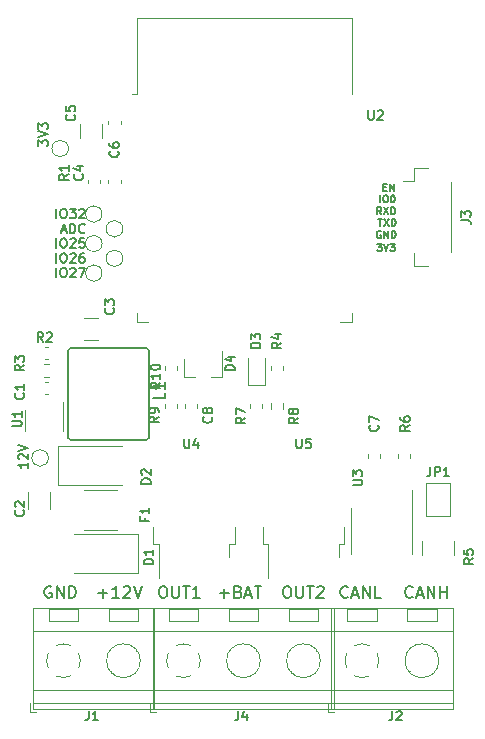
<source format=gbr>
G04 #@! TF.GenerationSoftware,KiCad,Pcbnew,(5.1.9)-1*
G04 #@! TF.CreationDate,2021-10-18T17:35:56+03:00*
G04 #@! TF.ProjectId,CanLite,43616e4c-6974-4652-9e6b-696361645f70,rev?*
G04 #@! TF.SameCoordinates,Original*
G04 #@! TF.FileFunction,Legend,Top*
G04 #@! TF.FilePolarity,Positive*
%FSLAX46Y46*%
G04 Gerber Fmt 4.6, Leading zero omitted, Abs format (unit mm)*
G04 Created by KiCad (PCBNEW (5.1.9)-1) date 2021-10-18 17:35:56*
%MOMM*%
%LPD*%
G01*
G04 APERTURE LIST*
%ADD10C,0.150000*%
%ADD11C,0.200000*%
%ADD12C,0.120000*%
G04 APERTURE END LIST*
D10*
X106069047Y-67111904D02*
X106069047Y-66311904D01*
X106602380Y-66311904D02*
X106754761Y-66311904D01*
X106830952Y-66350000D01*
X106907142Y-66426190D01*
X106945238Y-66578571D01*
X106945238Y-66845238D01*
X106907142Y-66997619D01*
X106830952Y-67073809D01*
X106754761Y-67111904D01*
X106602380Y-67111904D01*
X106526190Y-67073809D01*
X106450000Y-66997619D01*
X106411904Y-66845238D01*
X106411904Y-66578571D01*
X106450000Y-66426190D01*
X106526190Y-66350000D01*
X106602380Y-66311904D01*
X107250000Y-66388095D02*
X107288095Y-66350000D01*
X107364285Y-66311904D01*
X107554761Y-66311904D01*
X107630952Y-66350000D01*
X107669047Y-66388095D01*
X107707142Y-66464285D01*
X107707142Y-66540476D01*
X107669047Y-66654761D01*
X107211904Y-67111904D01*
X107707142Y-67111904D01*
X107973809Y-66311904D02*
X108507142Y-66311904D01*
X108164285Y-67111904D01*
X106069047Y-65861904D02*
X106069047Y-65061904D01*
X106602380Y-65061904D02*
X106754761Y-65061904D01*
X106830952Y-65100000D01*
X106907142Y-65176190D01*
X106945238Y-65328571D01*
X106945238Y-65595238D01*
X106907142Y-65747619D01*
X106830952Y-65823809D01*
X106754761Y-65861904D01*
X106602380Y-65861904D01*
X106526190Y-65823809D01*
X106450000Y-65747619D01*
X106411904Y-65595238D01*
X106411904Y-65328571D01*
X106450000Y-65176190D01*
X106526190Y-65100000D01*
X106602380Y-65061904D01*
X107250000Y-65138095D02*
X107288095Y-65100000D01*
X107364285Y-65061904D01*
X107554761Y-65061904D01*
X107630952Y-65100000D01*
X107669047Y-65138095D01*
X107707142Y-65214285D01*
X107707142Y-65290476D01*
X107669047Y-65404761D01*
X107211904Y-65861904D01*
X107707142Y-65861904D01*
X108392857Y-65061904D02*
X108240476Y-65061904D01*
X108164285Y-65100000D01*
X108126190Y-65138095D01*
X108050000Y-65252380D01*
X108011904Y-65404761D01*
X108011904Y-65709523D01*
X108050000Y-65785714D01*
X108088095Y-65823809D01*
X108164285Y-65861904D01*
X108316666Y-65861904D01*
X108392857Y-65823809D01*
X108430952Y-65785714D01*
X108469047Y-65709523D01*
X108469047Y-65519047D01*
X108430952Y-65442857D01*
X108392857Y-65404761D01*
X108316666Y-65366666D01*
X108164285Y-65366666D01*
X108088095Y-65404761D01*
X108050000Y-65442857D01*
X108011904Y-65519047D01*
X106069047Y-64611904D02*
X106069047Y-63811904D01*
X106602380Y-63811904D02*
X106754761Y-63811904D01*
X106830952Y-63850000D01*
X106907142Y-63926190D01*
X106945238Y-64078571D01*
X106945238Y-64345238D01*
X106907142Y-64497619D01*
X106830952Y-64573809D01*
X106754761Y-64611904D01*
X106602380Y-64611904D01*
X106526190Y-64573809D01*
X106450000Y-64497619D01*
X106411904Y-64345238D01*
X106411904Y-64078571D01*
X106450000Y-63926190D01*
X106526190Y-63850000D01*
X106602380Y-63811904D01*
X107250000Y-63888095D02*
X107288095Y-63850000D01*
X107364285Y-63811904D01*
X107554761Y-63811904D01*
X107630952Y-63850000D01*
X107669047Y-63888095D01*
X107707142Y-63964285D01*
X107707142Y-64040476D01*
X107669047Y-64154761D01*
X107211904Y-64611904D01*
X107707142Y-64611904D01*
X108430952Y-63811904D02*
X108050000Y-63811904D01*
X108011904Y-64192857D01*
X108050000Y-64154761D01*
X108126190Y-64116666D01*
X108316666Y-64116666D01*
X108392857Y-64154761D01*
X108430952Y-64192857D01*
X108469047Y-64269047D01*
X108469047Y-64459523D01*
X108430952Y-64535714D01*
X108392857Y-64573809D01*
X108316666Y-64611904D01*
X108126190Y-64611904D01*
X108050000Y-64573809D01*
X108011904Y-64535714D01*
X106069047Y-62111904D02*
X106069047Y-61311904D01*
X106602380Y-61311904D02*
X106754761Y-61311904D01*
X106830952Y-61350000D01*
X106907142Y-61426190D01*
X106945238Y-61578571D01*
X106945238Y-61845238D01*
X106907142Y-61997619D01*
X106830952Y-62073809D01*
X106754761Y-62111904D01*
X106602380Y-62111904D01*
X106526190Y-62073809D01*
X106450000Y-61997619D01*
X106411904Y-61845238D01*
X106411904Y-61578571D01*
X106450000Y-61426190D01*
X106526190Y-61350000D01*
X106602380Y-61311904D01*
X107211904Y-61311904D02*
X107707142Y-61311904D01*
X107440476Y-61616666D01*
X107554761Y-61616666D01*
X107630952Y-61654761D01*
X107669047Y-61692857D01*
X107707142Y-61769047D01*
X107707142Y-61959523D01*
X107669047Y-62035714D01*
X107630952Y-62073809D01*
X107554761Y-62111904D01*
X107326190Y-62111904D01*
X107250000Y-62073809D01*
X107211904Y-62035714D01*
X108011904Y-61388095D02*
X108050000Y-61350000D01*
X108126190Y-61311904D01*
X108316666Y-61311904D01*
X108392857Y-61350000D01*
X108430952Y-61388095D01*
X108469047Y-61464285D01*
X108469047Y-61540476D01*
X108430952Y-61654761D01*
X107973809Y-62111904D01*
X108469047Y-62111904D01*
X119909523Y-93871428D02*
X120671428Y-93871428D01*
X120290476Y-94252380D02*
X120290476Y-93490476D01*
X121480952Y-93728571D02*
X121623809Y-93776190D01*
X121671428Y-93823809D01*
X121719047Y-93919047D01*
X121719047Y-94061904D01*
X121671428Y-94157142D01*
X121623809Y-94204761D01*
X121528571Y-94252380D01*
X121147619Y-94252380D01*
X121147619Y-93252380D01*
X121480952Y-93252380D01*
X121576190Y-93300000D01*
X121623809Y-93347619D01*
X121671428Y-93442857D01*
X121671428Y-93538095D01*
X121623809Y-93633333D01*
X121576190Y-93680952D01*
X121480952Y-93728571D01*
X121147619Y-93728571D01*
X122100000Y-93966666D02*
X122576190Y-93966666D01*
X122004761Y-94252380D02*
X122338095Y-93252380D01*
X122671428Y-94252380D01*
X122861904Y-93252380D02*
X123433333Y-93252380D01*
X123147619Y-94252380D02*
X123147619Y-93252380D01*
X125523809Y-93252380D02*
X125714285Y-93252380D01*
X125809523Y-93300000D01*
X125904761Y-93395238D01*
X125952380Y-93585714D01*
X125952380Y-93919047D01*
X125904761Y-94109523D01*
X125809523Y-94204761D01*
X125714285Y-94252380D01*
X125523809Y-94252380D01*
X125428571Y-94204761D01*
X125333333Y-94109523D01*
X125285714Y-93919047D01*
X125285714Y-93585714D01*
X125333333Y-93395238D01*
X125428571Y-93300000D01*
X125523809Y-93252380D01*
X126380952Y-93252380D02*
X126380952Y-94061904D01*
X126428571Y-94157142D01*
X126476190Y-94204761D01*
X126571428Y-94252380D01*
X126761904Y-94252380D01*
X126857142Y-94204761D01*
X126904761Y-94157142D01*
X126952380Y-94061904D01*
X126952380Y-93252380D01*
X127285714Y-93252380D02*
X127857142Y-93252380D01*
X127571428Y-94252380D02*
X127571428Y-93252380D01*
X128142857Y-93347619D02*
X128190476Y-93300000D01*
X128285714Y-93252380D01*
X128523809Y-93252380D01*
X128619047Y-93300000D01*
X128666666Y-93347619D01*
X128714285Y-93442857D01*
X128714285Y-93538095D01*
X128666666Y-93680952D01*
X128095238Y-94252380D01*
X128714285Y-94252380D01*
X115023809Y-93252380D02*
X115214285Y-93252380D01*
X115309523Y-93300000D01*
X115404761Y-93395238D01*
X115452380Y-93585714D01*
X115452380Y-93919047D01*
X115404761Y-94109523D01*
X115309523Y-94204761D01*
X115214285Y-94252380D01*
X115023809Y-94252380D01*
X114928571Y-94204761D01*
X114833333Y-94109523D01*
X114785714Y-93919047D01*
X114785714Y-93585714D01*
X114833333Y-93395238D01*
X114928571Y-93300000D01*
X115023809Y-93252380D01*
X115880952Y-93252380D02*
X115880952Y-94061904D01*
X115928571Y-94157142D01*
X115976190Y-94204761D01*
X116071428Y-94252380D01*
X116261904Y-94252380D01*
X116357142Y-94204761D01*
X116404761Y-94157142D01*
X116452380Y-94061904D01*
X116452380Y-93252380D01*
X116785714Y-93252380D02*
X117357142Y-93252380D01*
X117071428Y-94252380D02*
X117071428Y-93252380D01*
X118214285Y-94252380D02*
X117642857Y-94252380D01*
X117928571Y-94252380D02*
X117928571Y-93252380D01*
X117833333Y-93395238D01*
X117738095Y-93490476D01*
X117642857Y-93538095D01*
X109638095Y-93871428D02*
X110400000Y-93871428D01*
X110019047Y-94252380D02*
X110019047Y-93490476D01*
X111400000Y-94252380D02*
X110828571Y-94252380D01*
X111114285Y-94252380D02*
X111114285Y-93252380D01*
X111019047Y-93395238D01*
X110923809Y-93490476D01*
X110828571Y-93538095D01*
X111780952Y-93347619D02*
X111828571Y-93300000D01*
X111923809Y-93252380D01*
X112161904Y-93252380D01*
X112257142Y-93300000D01*
X112304761Y-93347619D01*
X112352380Y-93442857D01*
X112352380Y-93538095D01*
X112304761Y-93680952D01*
X111733333Y-94252380D01*
X112352380Y-94252380D01*
X112638095Y-93252380D02*
X112971428Y-94252380D01*
X113304761Y-93252380D01*
X105638095Y-93300000D02*
X105542857Y-93252380D01*
X105400000Y-93252380D01*
X105257142Y-93300000D01*
X105161904Y-93395238D01*
X105114285Y-93490476D01*
X105066666Y-93680952D01*
X105066666Y-93823809D01*
X105114285Y-94014285D01*
X105161904Y-94109523D01*
X105257142Y-94204761D01*
X105400000Y-94252380D01*
X105495238Y-94252380D01*
X105638095Y-94204761D01*
X105685714Y-94157142D01*
X105685714Y-93823809D01*
X105495238Y-93823809D01*
X106114285Y-94252380D02*
X106114285Y-93252380D01*
X106685714Y-94252380D01*
X106685714Y-93252380D01*
X107161904Y-94252380D02*
X107161904Y-93252380D01*
X107400000Y-93252380D01*
X107542857Y-93300000D01*
X107638095Y-93395238D01*
X107685714Y-93490476D01*
X107733333Y-93680952D01*
X107733333Y-93823809D01*
X107685714Y-94014285D01*
X107638095Y-94109523D01*
X107542857Y-94204761D01*
X107400000Y-94252380D01*
X107161904Y-94252380D01*
X130752380Y-94157142D02*
X130704761Y-94204761D01*
X130561904Y-94252380D01*
X130466666Y-94252380D01*
X130323809Y-94204761D01*
X130228571Y-94109523D01*
X130180952Y-94014285D01*
X130133333Y-93823809D01*
X130133333Y-93680952D01*
X130180952Y-93490476D01*
X130228571Y-93395238D01*
X130323809Y-93300000D01*
X130466666Y-93252380D01*
X130561904Y-93252380D01*
X130704761Y-93300000D01*
X130752380Y-93347619D01*
X131133333Y-93966666D02*
X131609523Y-93966666D01*
X131038095Y-94252380D02*
X131371428Y-93252380D01*
X131704761Y-94252380D01*
X132038095Y-94252380D02*
X132038095Y-93252380D01*
X132609523Y-94252380D01*
X132609523Y-93252380D01*
X133561904Y-94252380D02*
X133085714Y-94252380D01*
X133085714Y-93252380D01*
X136233333Y-94157142D02*
X136185714Y-94204761D01*
X136042857Y-94252380D01*
X135947619Y-94252380D01*
X135804761Y-94204761D01*
X135709523Y-94109523D01*
X135661904Y-94014285D01*
X135614285Y-93823809D01*
X135614285Y-93680952D01*
X135661904Y-93490476D01*
X135709523Y-93395238D01*
X135804761Y-93300000D01*
X135947619Y-93252380D01*
X136042857Y-93252380D01*
X136185714Y-93300000D01*
X136233333Y-93347619D01*
X136614285Y-93966666D02*
X137090476Y-93966666D01*
X136519047Y-94252380D02*
X136852380Y-93252380D01*
X137185714Y-94252380D01*
X137519047Y-94252380D02*
X137519047Y-93252380D01*
X138090476Y-94252380D01*
X138090476Y-93252380D01*
X138566666Y-94252380D02*
X138566666Y-93252380D01*
X138566666Y-93728571D02*
X139138095Y-93728571D01*
X139138095Y-94252380D02*
X139138095Y-93252380D01*
X133757142Y-59457142D02*
X133957142Y-59457142D01*
X134042857Y-59771428D02*
X133757142Y-59771428D01*
X133757142Y-59171428D01*
X134042857Y-59171428D01*
X134300000Y-59771428D02*
X134300000Y-59171428D01*
X134642857Y-59771428D01*
X134642857Y-59171428D01*
X133500000Y-60771428D02*
X133500000Y-60171428D01*
X133900000Y-60171428D02*
X134014285Y-60171428D01*
X134071428Y-60200000D01*
X134128571Y-60257142D01*
X134157142Y-60371428D01*
X134157142Y-60571428D01*
X134128571Y-60685714D01*
X134071428Y-60742857D01*
X134014285Y-60771428D01*
X133900000Y-60771428D01*
X133842857Y-60742857D01*
X133785714Y-60685714D01*
X133757142Y-60571428D01*
X133757142Y-60371428D01*
X133785714Y-60257142D01*
X133842857Y-60200000D01*
X133900000Y-60171428D01*
X134528571Y-60171428D02*
X134585714Y-60171428D01*
X134642857Y-60200000D01*
X134671428Y-60228571D01*
X134700000Y-60285714D01*
X134728571Y-60400000D01*
X134728571Y-60542857D01*
X134700000Y-60657142D01*
X134671428Y-60714285D01*
X134642857Y-60742857D01*
X134585714Y-60771428D01*
X134528571Y-60771428D01*
X134471428Y-60742857D01*
X134442857Y-60714285D01*
X134414285Y-60657142D01*
X134385714Y-60542857D01*
X134385714Y-60400000D01*
X134414285Y-60285714D01*
X134442857Y-60228571D01*
X134471428Y-60200000D01*
X134528571Y-60171428D01*
X133600000Y-61771428D02*
X133400000Y-61485714D01*
X133257142Y-61771428D02*
X133257142Y-61171428D01*
X133485714Y-61171428D01*
X133542857Y-61200000D01*
X133571428Y-61228571D01*
X133600000Y-61285714D01*
X133600000Y-61371428D01*
X133571428Y-61428571D01*
X133542857Y-61457142D01*
X133485714Y-61485714D01*
X133257142Y-61485714D01*
X133800000Y-61171428D02*
X134200000Y-61771428D01*
X134200000Y-61171428D02*
X133800000Y-61771428D01*
X134428571Y-61771428D02*
X134428571Y-61171428D01*
X134571428Y-61171428D01*
X134657142Y-61200000D01*
X134714285Y-61257142D01*
X134742857Y-61314285D01*
X134771428Y-61428571D01*
X134771428Y-61514285D01*
X134742857Y-61628571D01*
X134714285Y-61685714D01*
X134657142Y-61742857D01*
X134571428Y-61771428D01*
X134428571Y-61771428D01*
X133342857Y-62171428D02*
X133685714Y-62171428D01*
X133514285Y-62771428D02*
X133514285Y-62171428D01*
X133828571Y-62171428D02*
X134228571Y-62771428D01*
X134228571Y-62171428D02*
X133828571Y-62771428D01*
X134457142Y-62771428D02*
X134457142Y-62171428D01*
X134600000Y-62171428D01*
X134685714Y-62200000D01*
X134742857Y-62257142D01*
X134771428Y-62314285D01*
X134800000Y-62428571D01*
X134800000Y-62514285D01*
X134771428Y-62628571D01*
X134742857Y-62685714D01*
X134685714Y-62742857D01*
X134600000Y-62771428D01*
X134457142Y-62771428D01*
X133542857Y-63200000D02*
X133485714Y-63171428D01*
X133400000Y-63171428D01*
X133314285Y-63200000D01*
X133257142Y-63257142D01*
X133228571Y-63314285D01*
X133200000Y-63428571D01*
X133200000Y-63514285D01*
X133228571Y-63628571D01*
X133257142Y-63685714D01*
X133314285Y-63742857D01*
X133400000Y-63771428D01*
X133457142Y-63771428D01*
X133542857Y-63742857D01*
X133571428Y-63714285D01*
X133571428Y-63514285D01*
X133457142Y-63514285D01*
X133828571Y-63771428D02*
X133828571Y-63171428D01*
X134171428Y-63771428D01*
X134171428Y-63171428D01*
X134457142Y-63771428D02*
X134457142Y-63171428D01*
X134600000Y-63171428D01*
X134685714Y-63200000D01*
X134742857Y-63257142D01*
X134771428Y-63314285D01*
X134800000Y-63428571D01*
X134800000Y-63514285D01*
X134771428Y-63628571D01*
X134742857Y-63685714D01*
X134685714Y-63742857D01*
X134600000Y-63771428D01*
X134457142Y-63771428D01*
X133257142Y-64271428D02*
X133628571Y-64271428D01*
X133428571Y-64500000D01*
X133514285Y-64500000D01*
X133571428Y-64528571D01*
X133600000Y-64557142D01*
X133628571Y-64614285D01*
X133628571Y-64757142D01*
X133600000Y-64814285D01*
X133571428Y-64842857D01*
X133514285Y-64871428D01*
X133342857Y-64871428D01*
X133285714Y-64842857D01*
X133257142Y-64814285D01*
X133800000Y-64271428D02*
X134000000Y-64871428D01*
X134200000Y-64271428D01*
X134342857Y-64271428D02*
X134714285Y-64271428D01*
X134514285Y-64500000D01*
X134600000Y-64500000D01*
X134657142Y-64528571D01*
X134685714Y-64557142D01*
X134714285Y-64614285D01*
X134714285Y-64757142D01*
X134685714Y-64814285D01*
X134657142Y-64842857D01*
X134600000Y-64871428D01*
X134428571Y-64871428D01*
X134371428Y-64842857D01*
X134342857Y-64814285D01*
X103661904Y-82795238D02*
X103661904Y-83252380D01*
X103661904Y-83023809D02*
X102861904Y-83023809D01*
X102976190Y-83100000D01*
X103052380Y-83176190D01*
X103090476Y-83252380D01*
X102938095Y-82490476D02*
X102900000Y-82452380D01*
X102861904Y-82376190D01*
X102861904Y-82185714D01*
X102900000Y-82109523D01*
X102938095Y-82071428D01*
X103014285Y-82033333D01*
X103090476Y-82033333D01*
X103204761Y-82071428D01*
X103661904Y-82528571D01*
X103661904Y-82033333D01*
X102861904Y-81804761D02*
X103661904Y-81538095D01*
X102861904Y-81271428D01*
X106509523Y-63133333D02*
X106890476Y-63133333D01*
X106433333Y-63361904D02*
X106700000Y-62561904D01*
X106966666Y-63361904D01*
X107233333Y-63361904D02*
X107233333Y-62561904D01*
X107423809Y-62561904D01*
X107538095Y-62600000D01*
X107614285Y-62676190D01*
X107652380Y-62752380D01*
X107690476Y-62904761D01*
X107690476Y-63019047D01*
X107652380Y-63171428D01*
X107614285Y-63247619D01*
X107538095Y-63323809D01*
X107423809Y-63361904D01*
X107233333Y-63361904D01*
X108490476Y-63285714D02*
X108452380Y-63323809D01*
X108338095Y-63361904D01*
X108261904Y-63361904D01*
X108147619Y-63323809D01*
X108071428Y-63247619D01*
X108033333Y-63171428D01*
X107995238Y-63019047D01*
X107995238Y-62904761D01*
X108033333Y-62752380D01*
X108071428Y-62676190D01*
X108147619Y-62600000D01*
X108261904Y-62561904D01*
X108338095Y-62561904D01*
X108452380Y-62600000D01*
X108490476Y-62638095D01*
X104561904Y-55990476D02*
X104561904Y-55495238D01*
X104866666Y-55761904D01*
X104866666Y-55647619D01*
X104904761Y-55571428D01*
X104942857Y-55533333D01*
X105019047Y-55495238D01*
X105209523Y-55495238D01*
X105285714Y-55533333D01*
X105323809Y-55571428D01*
X105361904Y-55647619D01*
X105361904Y-55876190D01*
X105323809Y-55952380D01*
X105285714Y-55990476D01*
X104561904Y-55266666D02*
X105361904Y-55000000D01*
X104561904Y-54733333D01*
X104561904Y-54542857D02*
X104561904Y-54047619D01*
X104866666Y-54314285D01*
X104866666Y-54200000D01*
X104904761Y-54123809D01*
X104942857Y-54085714D01*
X105019047Y-54047619D01*
X105209523Y-54047619D01*
X105285714Y-54085714D01*
X105323809Y-54123809D01*
X105361904Y-54200000D01*
X105361904Y-54428571D01*
X105323809Y-54504761D01*
X105285714Y-54542857D01*
D11*
X107100000Y-80700000D02*
X107100000Y-73300000D01*
X107300000Y-73100000D02*
X113700000Y-73100000D01*
X113900000Y-73300000D02*
X113900000Y-80700000D01*
X113700000Y-80900000D02*
X107300000Y-80900000D01*
X113900000Y-80700000D02*
G75*
G02*
X113700000Y-80900000I-200000J0D01*
G01*
X113700000Y-73100000D02*
G75*
G02*
X113900000Y-73300000I0J-200000D01*
G01*
X107100000Y-73300000D02*
G75*
G02*
X107300000Y-73100000I200000J0D01*
G01*
X107300000Y-80900000D02*
G75*
G02*
X107100000Y-80700000I0J200000D01*
G01*
D12*
X123510000Y-78162779D02*
X123510000Y-77837221D01*
X122490000Y-78162779D02*
X122490000Y-77837221D01*
X123550000Y-88220000D02*
X123550000Y-89720000D01*
X123550000Y-89720000D02*
X124020000Y-89720000D01*
X124020000Y-89720000D02*
X124020000Y-92550000D01*
X130450000Y-88220000D02*
X130450000Y-89720000D01*
X130450000Y-89720000D02*
X129980000Y-89720000D01*
X129980000Y-89720000D02*
X129980000Y-90820000D01*
X114300000Y-88220000D02*
X114300000Y-89720000D01*
X114300000Y-89720000D02*
X114770000Y-89720000D01*
X114770000Y-89720000D02*
X114770000Y-92550000D01*
X121200000Y-88220000D02*
X121200000Y-89720000D01*
X121200000Y-89720000D02*
X120730000Y-89720000D01*
X120730000Y-89720000D02*
X120730000Y-90820000D01*
X124227500Y-78237258D02*
X124227500Y-77762742D01*
X125272500Y-78237258D02*
X125272500Y-77762742D01*
X109950000Y-61750000D02*
G75*
G03*
X109950000Y-61750000I-700000J0D01*
G01*
X109950000Y-66750000D02*
G75*
G03*
X109950000Y-66750000I-700000J0D01*
G01*
X111700000Y-65500000D02*
G75*
G03*
X111700000Y-65500000I-700000J0D01*
G01*
X109950000Y-64250000D02*
G75*
G03*
X109950000Y-64250000I-700000J0D01*
G01*
X137540000Y-57890000D02*
X136390000Y-57890000D01*
X136390000Y-57890000D02*
X136390000Y-58940000D01*
X136390000Y-58940000D02*
X135400000Y-58940000D01*
X137540000Y-66110000D02*
X136390000Y-66110000D01*
X136390000Y-66110000D02*
X136390000Y-65060000D01*
X139510000Y-59060000D02*
X139510000Y-64940000D01*
X106610000Y-80150000D02*
X106610000Y-77700000D01*
X103390000Y-78350000D02*
X103390000Y-80150000D01*
X112880000Y-51555000D02*
X112500000Y-51555000D01*
X112880000Y-45135000D02*
X112880000Y-51555000D01*
X131120000Y-45135000D02*
X131120000Y-51555000D01*
X112880000Y-45135000D02*
X131120000Y-45135000D01*
X131120000Y-70880000D02*
X130120000Y-70880000D01*
X131120000Y-70100000D02*
X131120000Y-70880000D01*
X112880000Y-70880000D02*
X113880000Y-70880000D01*
X112880000Y-70100000D02*
X112880000Y-70880000D01*
X105012742Y-75522500D02*
X105487258Y-75522500D01*
X105012742Y-74477500D02*
X105487258Y-74477500D01*
X106200000Y-81350000D02*
X111600000Y-81350000D01*
X106200000Y-84650000D02*
X111600000Y-84650000D01*
X106200000Y-81350000D02*
X106200000Y-84650000D01*
X103690000Y-85288748D02*
X103690000Y-86711252D01*
X105510000Y-85288748D02*
X105510000Y-86711252D01*
X105109420Y-77010000D02*
X105390580Y-77010000D01*
X105109420Y-75990000D02*
X105390580Y-75990000D01*
X103840000Y-103918000D02*
X104340000Y-103918000D01*
X103840000Y-103178000D02*
X103840000Y-103918000D01*
X113010000Y-95168000D02*
X113010000Y-96168000D01*
X110510000Y-95168000D02*
X110510000Y-96168000D01*
X110510000Y-96168000D02*
X113010000Y-96168000D01*
X110510000Y-95168000D02*
X113010000Y-95168000D01*
X110736000Y-100418000D02*
X110676000Y-100478000D01*
X112671000Y-98483000D02*
X112631000Y-98523000D01*
X110890000Y-100613000D02*
X110850000Y-100653000D01*
X112845000Y-98658000D02*
X112785000Y-98717000D01*
X107930000Y-95168000D02*
X107930000Y-96168000D01*
X105430000Y-95168000D02*
X105430000Y-96168000D01*
X105430000Y-96168000D02*
X107930000Y-96168000D01*
X105430000Y-95168000D02*
X107930000Y-95168000D01*
X114360000Y-95108000D02*
X114360000Y-103678000D01*
X104080000Y-95108000D02*
X104080000Y-103678000D01*
X104080000Y-103678000D02*
X114360000Y-103678000D01*
X104080000Y-95108000D02*
X114360000Y-95108000D01*
X104080000Y-97018000D02*
X114360000Y-97018000D01*
X104080000Y-102018000D02*
X114360000Y-102018000D01*
X104080000Y-103118000D02*
X114360000Y-103118000D01*
X113190000Y-99568000D02*
G75*
G03*
X113190000Y-99568000I-1430000J0D01*
G01*
X106704280Y-100998940D02*
G75*
G02*
X106052000Y-100854000I-24280J1430940D01*
G01*
X105393389Y-100194746D02*
G75*
G02*
X105394000Y-98940000I1286611J626746D01*
G01*
X106052638Y-98282176D02*
G75*
G02*
X107307000Y-98282000I627362J-1285824D01*
G01*
X107965824Y-98940638D02*
G75*
G02*
X107966000Y-100195000I-1285824J-627362D01*
G01*
X107306871Y-100853275D02*
G75*
G02*
X106680000Y-100998000I-626871J1285275D01*
G01*
X129110000Y-103918000D02*
X129610000Y-103918000D01*
X129110000Y-103178000D02*
X129110000Y-103918000D01*
X138280000Y-95168000D02*
X138280000Y-96168000D01*
X135780000Y-95168000D02*
X135780000Y-96168000D01*
X135780000Y-96168000D02*
X138280000Y-96168000D01*
X135780000Y-95168000D02*
X138280000Y-95168000D01*
X136006000Y-100418000D02*
X135946000Y-100478000D01*
X137941000Y-98483000D02*
X137901000Y-98523000D01*
X136160000Y-100613000D02*
X136120000Y-100653000D01*
X138115000Y-98658000D02*
X138055000Y-98717000D01*
X133200000Y-95168000D02*
X133200000Y-96168000D01*
X130700000Y-95168000D02*
X130700000Y-96168000D01*
X130700000Y-96168000D02*
X133200000Y-96168000D01*
X130700000Y-95168000D02*
X133200000Y-95168000D01*
X139630000Y-95108000D02*
X139630000Y-103678000D01*
X129350000Y-95108000D02*
X129350000Y-103678000D01*
X129350000Y-103678000D02*
X139630000Y-103678000D01*
X129350000Y-95108000D02*
X139630000Y-95108000D01*
X129350000Y-97018000D02*
X139630000Y-97018000D01*
X129350000Y-102018000D02*
X139630000Y-102018000D01*
X129350000Y-103118000D02*
X139630000Y-103118000D01*
X138460000Y-99568000D02*
G75*
G03*
X138460000Y-99568000I-1430000J0D01*
G01*
X131974280Y-100998940D02*
G75*
G02*
X131322000Y-100854000I-24280J1430940D01*
G01*
X130663389Y-100194746D02*
G75*
G02*
X130664000Y-98940000I1286611J626746D01*
G01*
X131322638Y-98282176D02*
G75*
G02*
X132577000Y-98282000I627362J-1285824D01*
G01*
X133235824Y-98940638D02*
G75*
G02*
X133236000Y-100195000I-1285824J-627362D01*
G01*
X132576871Y-100853275D02*
G75*
G02*
X131950000Y-100998000I-626871J1285275D01*
G01*
X114000000Y-103918000D02*
X114500000Y-103918000D01*
X114000000Y-103178000D02*
X114000000Y-103918000D01*
X128250000Y-95168000D02*
X128250000Y-96168000D01*
X125750000Y-95168000D02*
X125750000Y-96168000D01*
X125750000Y-96168000D02*
X128250000Y-96168000D01*
X125750000Y-95168000D02*
X128250000Y-95168000D01*
X125976000Y-100418000D02*
X125916000Y-100478000D01*
X127911000Y-98483000D02*
X127871000Y-98523000D01*
X126130000Y-100613000D02*
X126090000Y-100653000D01*
X128085000Y-98658000D02*
X128025000Y-98717000D01*
X123170000Y-95168000D02*
X123170000Y-96168000D01*
X120670000Y-95168000D02*
X120670000Y-96168000D01*
X120670000Y-96168000D02*
X123170000Y-96168000D01*
X120670000Y-95168000D02*
X123170000Y-95168000D01*
X120896000Y-100418000D02*
X120836000Y-100478000D01*
X122831000Y-98483000D02*
X122791000Y-98523000D01*
X121050000Y-100613000D02*
X121010000Y-100653000D01*
X123005000Y-98658000D02*
X122945000Y-98717000D01*
X118090000Y-95168000D02*
X118090000Y-96168000D01*
X115590000Y-95168000D02*
X115590000Y-96168000D01*
X115590000Y-96168000D02*
X118090000Y-96168000D01*
X115590000Y-95168000D02*
X118090000Y-95168000D01*
X129600000Y-95108000D02*
X129600000Y-103678000D01*
X114240000Y-95108000D02*
X114240000Y-103678000D01*
X114240000Y-103678000D02*
X129600000Y-103678000D01*
X114240000Y-95108000D02*
X129600000Y-95108000D01*
X114240000Y-97018000D02*
X129600000Y-97018000D01*
X114240000Y-102018000D02*
X129600000Y-102018000D01*
X114240000Y-103118000D02*
X129600000Y-103118000D01*
X128430000Y-99568000D02*
G75*
G03*
X128430000Y-99568000I-1430000J0D01*
G01*
X123350000Y-99568000D02*
G75*
G03*
X123350000Y-99568000I-1430000J0D01*
G01*
X116864280Y-100998940D02*
G75*
G02*
X116212000Y-100854000I-24280J1430940D01*
G01*
X115553389Y-100194746D02*
G75*
G02*
X115554000Y-98940000I1286611J626746D01*
G01*
X116212638Y-98282176D02*
G75*
G02*
X117467000Y-98282000I627362J-1285824D01*
G01*
X118125824Y-98940638D02*
G75*
G02*
X118126000Y-100195000I-1285824J-627362D01*
G01*
X117466871Y-100853275D02*
G75*
G02*
X116840000Y-100998000I-626871J1285275D01*
G01*
X105412779Y-72990000D02*
X105087221Y-72990000D01*
X105412779Y-74010000D02*
X105087221Y-74010000D01*
X109602064Y-70590000D02*
X108397936Y-70590000D01*
X109602064Y-72410000D02*
X108397936Y-72410000D01*
X109910000Y-55352064D02*
X109910000Y-54147936D01*
X108090000Y-55352064D02*
X108090000Y-54147936D01*
X107100000Y-56200000D02*
G75*
G03*
X107100000Y-56200000I-700000J0D01*
G01*
X105400000Y-82400000D02*
G75*
G03*
X105400000Y-82400000I-700000J0D01*
G01*
X111700000Y-63000000D02*
G75*
G03*
X111700000Y-63000000I-700000J0D01*
G01*
X116260000Y-74912779D02*
X116260000Y-74587221D01*
X115240000Y-74912779D02*
X115240000Y-74587221D01*
X116260000Y-78162779D02*
X116260000Y-77837221D01*
X115240000Y-78162779D02*
X115240000Y-77837221D01*
X116920000Y-75510000D02*
X116920000Y-74050000D01*
X120080000Y-75510000D02*
X120080000Y-73350000D01*
X120080000Y-75510000D02*
X119150000Y-75510000D01*
X116920000Y-75510000D02*
X117850000Y-75510000D01*
X116990000Y-77837221D02*
X116990000Y-78162779D01*
X118010000Y-77837221D02*
X118010000Y-78162779D01*
X136160000Y-88600000D02*
X136160000Y-85150000D01*
X136160000Y-88600000D02*
X136160000Y-90550000D01*
X131040000Y-88600000D02*
X131040000Y-86650000D01*
X131040000Y-88600000D02*
X131040000Y-90550000D01*
X139760000Y-90602064D02*
X139760000Y-89397936D01*
X137040000Y-90602064D02*
X137040000Y-89397936D01*
X136010000Y-82362779D02*
X136010000Y-82037221D01*
X134990000Y-82362779D02*
X134990000Y-82037221D01*
X124240000Y-74587221D02*
X124240000Y-74912779D01*
X125260000Y-74587221D02*
X125260000Y-74912779D01*
X109760000Y-59162779D02*
X109760000Y-58837221D01*
X108740000Y-59162779D02*
X108740000Y-58837221D01*
X137400000Y-87300000D02*
X137400000Y-84500000D01*
X137400000Y-84500000D02*
X139400000Y-84500000D01*
X139400000Y-84500000D02*
X139400000Y-87300000D01*
X139400000Y-87300000D02*
X137400000Y-87300000D01*
X108413748Y-88510000D02*
X111186252Y-88510000D01*
X108413748Y-85090000D02*
X111186252Y-85090000D01*
X113000000Y-92150000D02*
X107600000Y-92150000D01*
X113000000Y-88850000D02*
X107600000Y-88850000D01*
X113000000Y-92150000D02*
X113000000Y-88850000D01*
X123735000Y-76235000D02*
X123735000Y-73950000D01*
X122265000Y-76235000D02*
X123735000Y-76235000D01*
X122265000Y-73950000D02*
X122265000Y-76235000D01*
X133510000Y-82362779D02*
X133510000Y-82037221D01*
X132490000Y-82362779D02*
X132490000Y-82037221D01*
X110490000Y-58837221D02*
X110490000Y-59162779D01*
X111510000Y-58837221D02*
X111510000Y-59162779D01*
X111510000Y-54162779D02*
X111510000Y-53837221D01*
X110490000Y-54162779D02*
X110490000Y-53837221D01*
D10*
X115252380Y-76866666D02*
X115252380Y-77342857D01*
X114252380Y-77342857D01*
X115252380Y-76009523D02*
X115252380Y-76580952D01*
X115252380Y-76295238D02*
X114252380Y-76295238D01*
X114395238Y-76390476D01*
X114490476Y-76485714D01*
X114538095Y-76580952D01*
X122061904Y-78983333D02*
X121680952Y-79250000D01*
X122061904Y-79440476D02*
X121261904Y-79440476D01*
X121261904Y-79135714D01*
X121300000Y-79059523D01*
X121338095Y-79021428D01*
X121414285Y-78983333D01*
X121528571Y-78983333D01*
X121604761Y-79021428D01*
X121642857Y-79059523D01*
X121680952Y-79135714D01*
X121680952Y-79440476D01*
X121261904Y-78716666D02*
X121261904Y-78183333D01*
X122061904Y-78526190D01*
X126390476Y-80761904D02*
X126390476Y-81409523D01*
X126428571Y-81485714D01*
X126466666Y-81523809D01*
X126542857Y-81561904D01*
X126695238Y-81561904D01*
X126771428Y-81523809D01*
X126809523Y-81485714D01*
X126847619Y-81409523D01*
X126847619Y-80761904D01*
X127609523Y-80761904D02*
X127228571Y-80761904D01*
X127190476Y-81142857D01*
X127228571Y-81104761D01*
X127304761Y-81066666D01*
X127495238Y-81066666D01*
X127571428Y-81104761D01*
X127609523Y-81142857D01*
X127647619Y-81219047D01*
X127647619Y-81409523D01*
X127609523Y-81485714D01*
X127571428Y-81523809D01*
X127495238Y-81561904D01*
X127304761Y-81561904D01*
X127228571Y-81523809D01*
X127190476Y-81485714D01*
X116890476Y-80761904D02*
X116890476Y-81409523D01*
X116928571Y-81485714D01*
X116966666Y-81523809D01*
X117042857Y-81561904D01*
X117195238Y-81561904D01*
X117271428Y-81523809D01*
X117309523Y-81485714D01*
X117347619Y-81409523D01*
X117347619Y-80761904D01*
X118071428Y-81028571D02*
X118071428Y-81561904D01*
X117880952Y-80723809D02*
X117690476Y-81295238D01*
X118185714Y-81295238D01*
X126561904Y-78983333D02*
X126180952Y-79250000D01*
X126561904Y-79440476D02*
X125761904Y-79440476D01*
X125761904Y-79135714D01*
X125800000Y-79059523D01*
X125838095Y-79021428D01*
X125914285Y-78983333D01*
X126028571Y-78983333D01*
X126104761Y-79021428D01*
X126142857Y-79059523D01*
X126180952Y-79135714D01*
X126180952Y-79440476D01*
X126104761Y-78526190D02*
X126066666Y-78602380D01*
X126028571Y-78640476D01*
X125952380Y-78678571D01*
X125914285Y-78678571D01*
X125838095Y-78640476D01*
X125800000Y-78602380D01*
X125761904Y-78526190D01*
X125761904Y-78373809D01*
X125800000Y-78297619D01*
X125838095Y-78259523D01*
X125914285Y-78221428D01*
X125952380Y-78221428D01*
X126028571Y-78259523D01*
X126066666Y-78297619D01*
X126104761Y-78373809D01*
X126104761Y-78526190D01*
X126142857Y-78602380D01*
X126180952Y-78640476D01*
X126257142Y-78678571D01*
X126409523Y-78678571D01*
X126485714Y-78640476D01*
X126523809Y-78602380D01*
X126561904Y-78526190D01*
X126561904Y-78373809D01*
X126523809Y-78297619D01*
X126485714Y-78259523D01*
X126409523Y-78221428D01*
X126257142Y-78221428D01*
X126180952Y-78259523D01*
X126142857Y-78297619D01*
X126104761Y-78373809D01*
X140361904Y-62266666D02*
X140933333Y-62266666D01*
X141047619Y-62304761D01*
X141123809Y-62380952D01*
X141161904Y-62495238D01*
X141161904Y-62571428D01*
X140361904Y-61961904D02*
X140361904Y-61466666D01*
X140666666Y-61733333D01*
X140666666Y-61619047D01*
X140704761Y-61542857D01*
X140742857Y-61504761D01*
X140819047Y-61466666D01*
X141009523Y-61466666D01*
X141085714Y-61504761D01*
X141123809Y-61542857D01*
X141161904Y-61619047D01*
X141161904Y-61847619D01*
X141123809Y-61923809D01*
X141085714Y-61961904D01*
X102361904Y-79709523D02*
X103009523Y-79709523D01*
X103085714Y-79671428D01*
X103123809Y-79633333D01*
X103161904Y-79557142D01*
X103161904Y-79404761D01*
X103123809Y-79328571D01*
X103085714Y-79290476D01*
X103009523Y-79252380D01*
X102361904Y-79252380D01*
X103161904Y-78452380D02*
X103161904Y-78909523D01*
X103161904Y-78680952D02*
X102361904Y-78680952D01*
X102476190Y-78757142D01*
X102552380Y-78833333D01*
X102590476Y-78909523D01*
X132490476Y-52961904D02*
X132490476Y-53609523D01*
X132528571Y-53685714D01*
X132566666Y-53723809D01*
X132642857Y-53761904D01*
X132795238Y-53761904D01*
X132871428Y-53723809D01*
X132909523Y-53685714D01*
X132947619Y-53609523D01*
X132947619Y-52961904D01*
X133290476Y-53038095D02*
X133328571Y-53000000D01*
X133404761Y-52961904D01*
X133595238Y-52961904D01*
X133671428Y-53000000D01*
X133709523Y-53038095D01*
X133747619Y-53114285D01*
X133747619Y-53190476D01*
X133709523Y-53304761D01*
X133252380Y-53761904D01*
X133747619Y-53761904D01*
X103361904Y-74533333D02*
X102980952Y-74800000D01*
X103361904Y-74990476D02*
X102561904Y-74990476D01*
X102561904Y-74685714D01*
X102600000Y-74609523D01*
X102638095Y-74571428D01*
X102714285Y-74533333D01*
X102828571Y-74533333D01*
X102904761Y-74571428D01*
X102942857Y-74609523D01*
X102980952Y-74685714D01*
X102980952Y-74990476D01*
X102561904Y-74266666D02*
X102561904Y-73771428D01*
X102866666Y-74038095D01*
X102866666Y-73923809D01*
X102904761Y-73847619D01*
X102942857Y-73809523D01*
X103019047Y-73771428D01*
X103209523Y-73771428D01*
X103285714Y-73809523D01*
X103323809Y-73847619D01*
X103361904Y-73923809D01*
X103361904Y-74152380D01*
X103323809Y-74228571D01*
X103285714Y-74266666D01*
X114061904Y-84590476D02*
X113261904Y-84590476D01*
X113261904Y-84400000D01*
X113300000Y-84285714D01*
X113376190Y-84209523D01*
X113452380Y-84171428D01*
X113604761Y-84133333D01*
X113719047Y-84133333D01*
X113871428Y-84171428D01*
X113947619Y-84209523D01*
X114023809Y-84285714D01*
X114061904Y-84400000D01*
X114061904Y-84590476D01*
X113338095Y-83828571D02*
X113300000Y-83790476D01*
X113261904Y-83714285D01*
X113261904Y-83523809D01*
X113300000Y-83447619D01*
X113338095Y-83409523D01*
X113414285Y-83371428D01*
X113490476Y-83371428D01*
X113604761Y-83409523D01*
X114061904Y-83866666D01*
X114061904Y-83371428D01*
X103285714Y-86833333D02*
X103323809Y-86871428D01*
X103361904Y-86985714D01*
X103361904Y-87061904D01*
X103323809Y-87176190D01*
X103247619Y-87252380D01*
X103171428Y-87290476D01*
X103019047Y-87328571D01*
X102904761Y-87328571D01*
X102752380Y-87290476D01*
X102676190Y-87252380D01*
X102600000Y-87176190D01*
X102561904Y-87061904D01*
X102561904Y-86985714D01*
X102600000Y-86871428D01*
X102638095Y-86833333D01*
X102638095Y-86528571D02*
X102600000Y-86490476D01*
X102561904Y-86414285D01*
X102561904Y-86223809D01*
X102600000Y-86147619D01*
X102638095Y-86109523D01*
X102714285Y-86071428D01*
X102790476Y-86071428D01*
X102904761Y-86109523D01*
X103361904Y-86566666D01*
X103361904Y-86071428D01*
X103285714Y-76933333D02*
X103323809Y-76971428D01*
X103361904Y-77085714D01*
X103361904Y-77161904D01*
X103323809Y-77276190D01*
X103247619Y-77352380D01*
X103171428Y-77390476D01*
X103019047Y-77428571D01*
X102904761Y-77428571D01*
X102752380Y-77390476D01*
X102676190Y-77352380D01*
X102600000Y-77276190D01*
X102561904Y-77161904D01*
X102561904Y-77085714D01*
X102600000Y-76971428D01*
X102638095Y-76933333D01*
X103361904Y-76171428D02*
X103361904Y-76628571D01*
X103361904Y-76400000D02*
X102561904Y-76400000D01*
X102676190Y-76476190D01*
X102752380Y-76552380D01*
X102790476Y-76628571D01*
X108813333Y-103829904D02*
X108813333Y-104401333D01*
X108775238Y-104515619D01*
X108699047Y-104591809D01*
X108584761Y-104629904D01*
X108508571Y-104629904D01*
X109613333Y-104629904D02*
X109156190Y-104629904D01*
X109384761Y-104629904D02*
X109384761Y-103829904D01*
X109308571Y-103944190D01*
X109232380Y-104020380D01*
X109156190Y-104058476D01*
X134533333Y-103829904D02*
X134533333Y-104401333D01*
X134495238Y-104515619D01*
X134419047Y-104591809D01*
X134304761Y-104629904D01*
X134228571Y-104629904D01*
X134876190Y-103906095D02*
X134914285Y-103868000D01*
X134990476Y-103829904D01*
X135180952Y-103829904D01*
X135257142Y-103868000D01*
X135295238Y-103906095D01*
X135333333Y-103982285D01*
X135333333Y-104058476D01*
X135295238Y-104172761D01*
X134838095Y-104629904D01*
X135333333Y-104629904D01*
X121473333Y-103829904D02*
X121473333Y-104401333D01*
X121435238Y-104515619D01*
X121359047Y-104591809D01*
X121244761Y-104629904D01*
X121168571Y-104629904D01*
X122197142Y-104096571D02*
X122197142Y-104629904D01*
X122006666Y-103791809D02*
X121816190Y-104363238D01*
X122311428Y-104363238D01*
X104966666Y-72561904D02*
X104700000Y-72180952D01*
X104509523Y-72561904D02*
X104509523Y-71761904D01*
X104814285Y-71761904D01*
X104890476Y-71800000D01*
X104928571Y-71838095D01*
X104966666Y-71914285D01*
X104966666Y-72028571D01*
X104928571Y-72104761D01*
X104890476Y-72142857D01*
X104814285Y-72180952D01*
X104509523Y-72180952D01*
X105271428Y-71838095D02*
X105309523Y-71800000D01*
X105385714Y-71761904D01*
X105576190Y-71761904D01*
X105652380Y-71800000D01*
X105690476Y-71838095D01*
X105728571Y-71914285D01*
X105728571Y-71990476D01*
X105690476Y-72104761D01*
X105233333Y-72561904D01*
X105728571Y-72561904D01*
X110885714Y-69733333D02*
X110923809Y-69771428D01*
X110961904Y-69885714D01*
X110961904Y-69961904D01*
X110923809Y-70076190D01*
X110847619Y-70152380D01*
X110771428Y-70190476D01*
X110619047Y-70228571D01*
X110504761Y-70228571D01*
X110352380Y-70190476D01*
X110276190Y-70152380D01*
X110200000Y-70076190D01*
X110161904Y-69961904D01*
X110161904Y-69885714D01*
X110200000Y-69771428D01*
X110238095Y-69733333D01*
X110161904Y-69466666D02*
X110161904Y-68971428D01*
X110466666Y-69238095D01*
X110466666Y-69123809D01*
X110504761Y-69047619D01*
X110542857Y-69009523D01*
X110619047Y-68971428D01*
X110809523Y-68971428D01*
X110885714Y-69009523D01*
X110923809Y-69047619D01*
X110961904Y-69123809D01*
X110961904Y-69352380D01*
X110923809Y-69428571D01*
X110885714Y-69466666D01*
X107585714Y-53333333D02*
X107623809Y-53371428D01*
X107661904Y-53485714D01*
X107661904Y-53561904D01*
X107623809Y-53676190D01*
X107547619Y-53752380D01*
X107471428Y-53790476D01*
X107319047Y-53828571D01*
X107204761Y-53828571D01*
X107052380Y-53790476D01*
X106976190Y-53752380D01*
X106900000Y-53676190D01*
X106861904Y-53561904D01*
X106861904Y-53485714D01*
X106900000Y-53371428D01*
X106938095Y-53333333D01*
X106861904Y-52609523D02*
X106861904Y-52990476D01*
X107242857Y-53028571D01*
X107204761Y-52990476D01*
X107166666Y-52914285D01*
X107166666Y-52723809D01*
X107204761Y-52647619D01*
X107242857Y-52609523D01*
X107319047Y-52571428D01*
X107509523Y-52571428D01*
X107585714Y-52609523D01*
X107623809Y-52647619D01*
X107661904Y-52723809D01*
X107661904Y-52914285D01*
X107623809Y-52990476D01*
X107585714Y-53028571D01*
X114861904Y-76014285D02*
X114480952Y-76280952D01*
X114861904Y-76471428D02*
X114061904Y-76471428D01*
X114061904Y-76166666D01*
X114100000Y-76090476D01*
X114138095Y-76052380D01*
X114214285Y-76014285D01*
X114328571Y-76014285D01*
X114404761Y-76052380D01*
X114442857Y-76090476D01*
X114480952Y-76166666D01*
X114480952Y-76471428D01*
X114861904Y-75252380D02*
X114861904Y-75709523D01*
X114861904Y-75480952D02*
X114061904Y-75480952D01*
X114176190Y-75557142D01*
X114252380Y-75633333D01*
X114290476Y-75709523D01*
X114061904Y-74757142D02*
X114061904Y-74680952D01*
X114100000Y-74604761D01*
X114138095Y-74566666D01*
X114214285Y-74528571D01*
X114366666Y-74490476D01*
X114557142Y-74490476D01*
X114709523Y-74528571D01*
X114785714Y-74566666D01*
X114823809Y-74604761D01*
X114861904Y-74680952D01*
X114861904Y-74757142D01*
X114823809Y-74833333D01*
X114785714Y-74871428D01*
X114709523Y-74909523D01*
X114557142Y-74947619D01*
X114366666Y-74947619D01*
X114214285Y-74909523D01*
X114138095Y-74871428D01*
X114100000Y-74833333D01*
X114061904Y-74757142D01*
X114761904Y-78933333D02*
X114380952Y-79200000D01*
X114761904Y-79390476D02*
X113961904Y-79390476D01*
X113961904Y-79085714D01*
X114000000Y-79009523D01*
X114038095Y-78971428D01*
X114114285Y-78933333D01*
X114228571Y-78933333D01*
X114304761Y-78971428D01*
X114342857Y-79009523D01*
X114380952Y-79085714D01*
X114380952Y-79390476D01*
X114761904Y-78552380D02*
X114761904Y-78400000D01*
X114723809Y-78323809D01*
X114685714Y-78285714D01*
X114571428Y-78209523D01*
X114419047Y-78171428D01*
X114114285Y-78171428D01*
X114038095Y-78209523D01*
X114000000Y-78247619D01*
X113961904Y-78323809D01*
X113961904Y-78476190D01*
X114000000Y-78552380D01*
X114038095Y-78590476D01*
X114114285Y-78628571D01*
X114304761Y-78628571D01*
X114380952Y-78590476D01*
X114419047Y-78552380D01*
X114457142Y-78476190D01*
X114457142Y-78323809D01*
X114419047Y-78247619D01*
X114380952Y-78209523D01*
X114304761Y-78171428D01*
X121161904Y-74990476D02*
X120361904Y-74990476D01*
X120361904Y-74800000D01*
X120400000Y-74685714D01*
X120476190Y-74609523D01*
X120552380Y-74571428D01*
X120704761Y-74533333D01*
X120819047Y-74533333D01*
X120971428Y-74571428D01*
X121047619Y-74609523D01*
X121123809Y-74685714D01*
X121161904Y-74800000D01*
X121161904Y-74990476D01*
X120628571Y-73847619D02*
X121161904Y-73847619D01*
X120323809Y-74038095D02*
X120895238Y-74228571D01*
X120895238Y-73733333D01*
X119215714Y-78933333D02*
X119253809Y-78971428D01*
X119291904Y-79085714D01*
X119291904Y-79161904D01*
X119253809Y-79276190D01*
X119177619Y-79352380D01*
X119101428Y-79390476D01*
X118949047Y-79428571D01*
X118834761Y-79428571D01*
X118682380Y-79390476D01*
X118606190Y-79352380D01*
X118530000Y-79276190D01*
X118491904Y-79161904D01*
X118491904Y-79085714D01*
X118530000Y-78971428D01*
X118568095Y-78933333D01*
X118834761Y-78476190D02*
X118796666Y-78552380D01*
X118758571Y-78590476D01*
X118682380Y-78628571D01*
X118644285Y-78628571D01*
X118568095Y-78590476D01*
X118530000Y-78552380D01*
X118491904Y-78476190D01*
X118491904Y-78323809D01*
X118530000Y-78247619D01*
X118568095Y-78209523D01*
X118644285Y-78171428D01*
X118682380Y-78171428D01*
X118758571Y-78209523D01*
X118796666Y-78247619D01*
X118834761Y-78323809D01*
X118834761Y-78476190D01*
X118872857Y-78552380D01*
X118910952Y-78590476D01*
X118987142Y-78628571D01*
X119139523Y-78628571D01*
X119215714Y-78590476D01*
X119253809Y-78552380D01*
X119291904Y-78476190D01*
X119291904Y-78323809D01*
X119253809Y-78247619D01*
X119215714Y-78209523D01*
X119139523Y-78171428D01*
X118987142Y-78171428D01*
X118910952Y-78209523D01*
X118872857Y-78247619D01*
X118834761Y-78323809D01*
X131161904Y-84709523D02*
X131809523Y-84709523D01*
X131885714Y-84671428D01*
X131923809Y-84633333D01*
X131961904Y-84557142D01*
X131961904Y-84404761D01*
X131923809Y-84328571D01*
X131885714Y-84290476D01*
X131809523Y-84252380D01*
X131161904Y-84252380D01*
X131161904Y-83947619D02*
X131161904Y-83452380D01*
X131466666Y-83719047D01*
X131466666Y-83604761D01*
X131504761Y-83528571D01*
X131542857Y-83490476D01*
X131619047Y-83452380D01*
X131809523Y-83452380D01*
X131885714Y-83490476D01*
X131923809Y-83528571D01*
X131961904Y-83604761D01*
X131961904Y-83833333D01*
X131923809Y-83909523D01*
X131885714Y-83947619D01*
X141361904Y-90883333D02*
X140980952Y-91150000D01*
X141361904Y-91340476D02*
X140561904Y-91340476D01*
X140561904Y-91035714D01*
X140600000Y-90959523D01*
X140638095Y-90921428D01*
X140714285Y-90883333D01*
X140828571Y-90883333D01*
X140904761Y-90921428D01*
X140942857Y-90959523D01*
X140980952Y-91035714D01*
X140980952Y-91340476D01*
X140561904Y-90159523D02*
X140561904Y-90540476D01*
X140942857Y-90578571D01*
X140904761Y-90540476D01*
X140866666Y-90464285D01*
X140866666Y-90273809D01*
X140904761Y-90197619D01*
X140942857Y-90159523D01*
X141019047Y-90121428D01*
X141209523Y-90121428D01*
X141285714Y-90159523D01*
X141323809Y-90197619D01*
X141361904Y-90273809D01*
X141361904Y-90464285D01*
X141323809Y-90540476D01*
X141285714Y-90578571D01*
X136011904Y-79633333D02*
X135630952Y-79900000D01*
X136011904Y-80090476D02*
X135211904Y-80090476D01*
X135211904Y-79785714D01*
X135250000Y-79709523D01*
X135288095Y-79671428D01*
X135364285Y-79633333D01*
X135478571Y-79633333D01*
X135554761Y-79671428D01*
X135592857Y-79709523D01*
X135630952Y-79785714D01*
X135630952Y-80090476D01*
X135211904Y-78947619D02*
X135211904Y-79100000D01*
X135250000Y-79176190D01*
X135288095Y-79214285D01*
X135402380Y-79290476D01*
X135554761Y-79328571D01*
X135859523Y-79328571D01*
X135935714Y-79290476D01*
X135973809Y-79252380D01*
X136011904Y-79176190D01*
X136011904Y-79023809D01*
X135973809Y-78947619D01*
X135935714Y-78909523D01*
X135859523Y-78871428D01*
X135669047Y-78871428D01*
X135592857Y-78909523D01*
X135554761Y-78947619D01*
X135516666Y-79023809D01*
X135516666Y-79176190D01*
X135554761Y-79252380D01*
X135592857Y-79290476D01*
X135669047Y-79328571D01*
X125111904Y-72633333D02*
X124730952Y-72900000D01*
X125111904Y-73090476D02*
X124311904Y-73090476D01*
X124311904Y-72785714D01*
X124350000Y-72709523D01*
X124388095Y-72671428D01*
X124464285Y-72633333D01*
X124578571Y-72633333D01*
X124654761Y-72671428D01*
X124692857Y-72709523D01*
X124730952Y-72785714D01*
X124730952Y-73090476D01*
X124578571Y-71947619D02*
X125111904Y-71947619D01*
X124273809Y-72138095D02*
X124845238Y-72328571D01*
X124845238Y-71833333D01*
X107111904Y-58383333D02*
X106730952Y-58650000D01*
X107111904Y-58840476D02*
X106311904Y-58840476D01*
X106311904Y-58535714D01*
X106350000Y-58459523D01*
X106388095Y-58421428D01*
X106464285Y-58383333D01*
X106578571Y-58383333D01*
X106654761Y-58421428D01*
X106692857Y-58459523D01*
X106730952Y-58535714D01*
X106730952Y-58840476D01*
X107111904Y-57621428D02*
X107111904Y-58078571D01*
X107111904Y-57850000D02*
X106311904Y-57850000D01*
X106426190Y-57926190D01*
X106502380Y-58002380D01*
X106540476Y-58078571D01*
X137733333Y-83161904D02*
X137733333Y-83733333D01*
X137695238Y-83847619D01*
X137619047Y-83923809D01*
X137504761Y-83961904D01*
X137428571Y-83961904D01*
X138114285Y-83961904D02*
X138114285Y-83161904D01*
X138419047Y-83161904D01*
X138495238Y-83200000D01*
X138533333Y-83238095D01*
X138571428Y-83314285D01*
X138571428Y-83428571D01*
X138533333Y-83504761D01*
X138495238Y-83542857D01*
X138419047Y-83580952D01*
X138114285Y-83580952D01*
X139333333Y-83961904D02*
X138876190Y-83961904D01*
X139104761Y-83961904D02*
X139104761Y-83161904D01*
X139028571Y-83276190D01*
X138952380Y-83352380D01*
X138876190Y-83390476D01*
X113542857Y-87466666D02*
X113542857Y-87733333D01*
X113961904Y-87733333D02*
X113161904Y-87733333D01*
X113161904Y-87352380D01*
X113961904Y-86628571D02*
X113961904Y-87085714D01*
X113961904Y-86857142D02*
X113161904Y-86857142D01*
X113276190Y-86933333D01*
X113352380Y-87009523D01*
X113390476Y-87085714D01*
X114261904Y-91390476D02*
X113461904Y-91390476D01*
X113461904Y-91200000D01*
X113500000Y-91085714D01*
X113576190Y-91009523D01*
X113652380Y-90971428D01*
X113804761Y-90933333D01*
X113919047Y-90933333D01*
X114071428Y-90971428D01*
X114147619Y-91009523D01*
X114223809Y-91085714D01*
X114261904Y-91200000D01*
X114261904Y-91390476D01*
X114261904Y-90171428D02*
X114261904Y-90628571D01*
X114261904Y-90400000D02*
X113461904Y-90400000D01*
X113576190Y-90476190D01*
X113652380Y-90552380D01*
X113690476Y-90628571D01*
X123361904Y-73090476D02*
X122561904Y-73090476D01*
X122561904Y-72900000D01*
X122600000Y-72785714D01*
X122676190Y-72709523D01*
X122752380Y-72671428D01*
X122904761Y-72633333D01*
X123019047Y-72633333D01*
X123171428Y-72671428D01*
X123247619Y-72709523D01*
X123323809Y-72785714D01*
X123361904Y-72900000D01*
X123361904Y-73090476D01*
X122561904Y-72366666D02*
X122561904Y-71871428D01*
X122866666Y-72138095D01*
X122866666Y-72023809D01*
X122904761Y-71947619D01*
X122942857Y-71909523D01*
X123019047Y-71871428D01*
X123209523Y-71871428D01*
X123285714Y-71909523D01*
X123323809Y-71947619D01*
X123361904Y-72023809D01*
X123361904Y-72252380D01*
X123323809Y-72328571D01*
X123285714Y-72366666D01*
X133285714Y-79633333D02*
X133323809Y-79671428D01*
X133361904Y-79785714D01*
X133361904Y-79861904D01*
X133323809Y-79976190D01*
X133247619Y-80052380D01*
X133171428Y-80090476D01*
X133019047Y-80128571D01*
X132904761Y-80128571D01*
X132752380Y-80090476D01*
X132676190Y-80052380D01*
X132600000Y-79976190D01*
X132561904Y-79861904D01*
X132561904Y-79785714D01*
X132600000Y-79671428D01*
X132638095Y-79633333D01*
X132561904Y-79366666D02*
X132561904Y-78833333D01*
X133361904Y-79176190D01*
X108285714Y-58383333D02*
X108323809Y-58421428D01*
X108361904Y-58535714D01*
X108361904Y-58611904D01*
X108323809Y-58726190D01*
X108247619Y-58802380D01*
X108171428Y-58840476D01*
X108019047Y-58878571D01*
X107904761Y-58878571D01*
X107752380Y-58840476D01*
X107676190Y-58802380D01*
X107600000Y-58726190D01*
X107561904Y-58611904D01*
X107561904Y-58535714D01*
X107600000Y-58421428D01*
X107638095Y-58383333D01*
X107828571Y-57697619D02*
X108361904Y-57697619D01*
X107523809Y-57888095D02*
X108095238Y-58078571D01*
X108095238Y-57583333D01*
X111285714Y-56433333D02*
X111323809Y-56471428D01*
X111361904Y-56585714D01*
X111361904Y-56661904D01*
X111323809Y-56776190D01*
X111247619Y-56852380D01*
X111171428Y-56890476D01*
X111019047Y-56928571D01*
X110904761Y-56928571D01*
X110752380Y-56890476D01*
X110676190Y-56852380D01*
X110600000Y-56776190D01*
X110561904Y-56661904D01*
X110561904Y-56585714D01*
X110600000Y-56471428D01*
X110638095Y-56433333D01*
X110561904Y-55747619D02*
X110561904Y-55900000D01*
X110600000Y-55976190D01*
X110638095Y-56014285D01*
X110752380Y-56090476D01*
X110904761Y-56128571D01*
X111209523Y-56128571D01*
X111285714Y-56090476D01*
X111323809Y-56052380D01*
X111361904Y-55976190D01*
X111361904Y-55823809D01*
X111323809Y-55747619D01*
X111285714Y-55709523D01*
X111209523Y-55671428D01*
X111019047Y-55671428D01*
X110942857Y-55709523D01*
X110904761Y-55747619D01*
X110866666Y-55823809D01*
X110866666Y-55976190D01*
X110904761Y-56052380D01*
X110942857Y-56090476D01*
X111019047Y-56128571D01*
M02*

</source>
